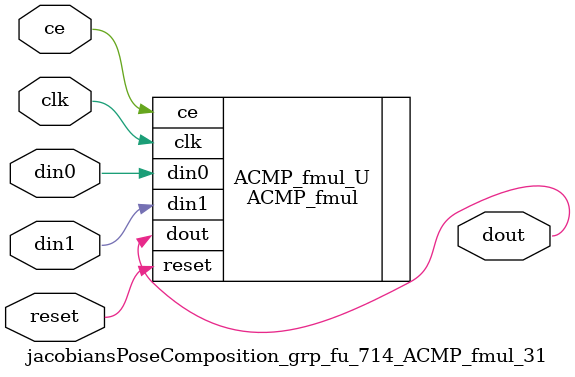
<source format=v>

`timescale 1 ns / 1 ps
module jacobiansPoseComposition_grp_fu_714_ACMP_fmul_31(
    clk,
    reset,
    ce,
    din0,
    din1,
    dout);

parameter ID = 32'd1;
parameter NUM_STAGE = 32'd1;
parameter din0_WIDTH = 32'd1;
parameter din1_WIDTH = 32'd1;
parameter dout_WIDTH = 32'd1;
input clk;
input reset;
input ce;
input[din0_WIDTH - 1:0] din0;
input[din1_WIDTH - 1:0] din1;
output[dout_WIDTH - 1:0] dout;



ACMP_fmul #(
.ID( ID ),
.NUM_STAGE( 4 ),
.din0_WIDTH( din0_WIDTH ),
.din1_WIDTH( din1_WIDTH ),
.dout_WIDTH( dout_WIDTH ))
ACMP_fmul_U(
    .clk( clk ),
    .reset( reset ),
    .ce( ce ),
    .din0( din0 ),
    .din1( din1 ),
    .dout( dout ));

endmodule

</source>
